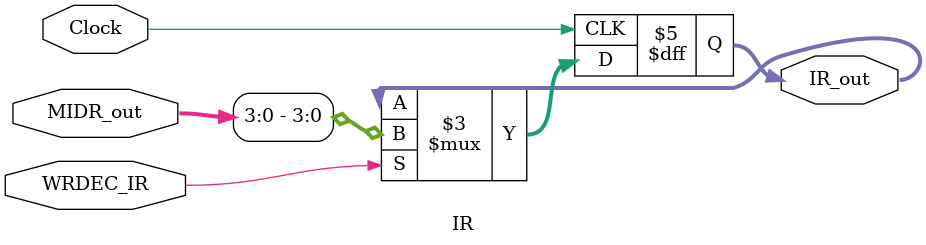
<source format=v>
module IR( 
input Clock,
input WRDEC_IR,
input [15:0] MIDR_out, 
output reg [3:0] IR_out); 

always @(posedge Clock) 
	begin 
	if (WRDEC_IR == 1) 
		IR_out <= MIDR_out[3:0]; 
	end  
 
endmodule


</source>
